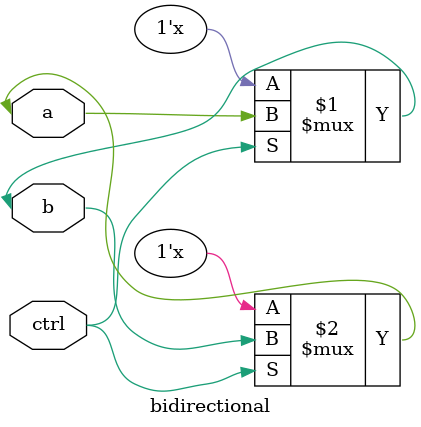
<source format=v>
module bidirectional ( a,b,ctrl);
inout a,b;
input ctrl;
bufif1(b,a,ctrl);
bufif1(a,b,ctrl);
endmodule

</source>
